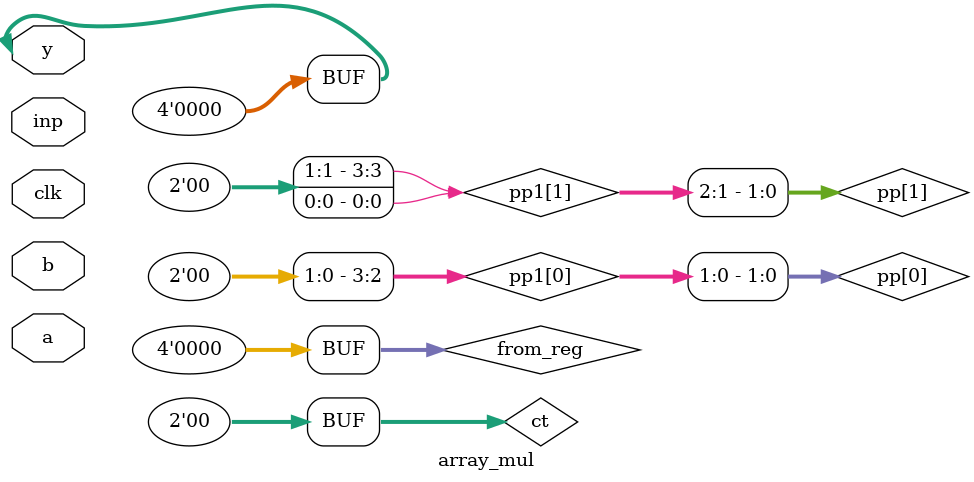
<source format=v>
/* Generated by Yosys 0.9 (git sha1 1979e0b) */

(* dynports =  1  *)
(* src = "fin/d_logic.v:1" *)
module \$paramod\ands\N=2 (a, b, y);
  (* src = "fin/d_logic.v:2" *)
  input [1:0] a;
  (* src = "fin/d_logic.v:3" *)
  input [1:0] b;
  (* src = "fin/d_logic.v:4" *)
  output [1:0] y;
  assign y[0] = a[0] &(* src = "fin/d_logic.v:8" *)  b[0];
  assign y[1] = a[1] &(* src = "fin/d_logic.v:8" *)  b[1];
endmodule

(* dynports =  1  *)
(* top =  1  *)
(* src = "fin/d_array_muls.v:1" *)
module array_mul(clk, inp, a, b, y);
  (* src = "fin/d_array_muls.v:4" *)
  input [1:0] a;
  (* src = "fin/d_array_muls.v:5" *)
  input [1:0] b;
  (* src = "fin/d_array_muls.v:2" *)
  input clk;
  (* src = "fin/d_array_muls.v:14" *)
  wire [1:0] ct;
  (* src = "fin/d_array_muls.v:12" *)
  wire [3:0] from_reg;
  (* src = "fin/d_array_muls.v:3" *)
  input inp;
  (* src = "fin/d_array_muls.v:1" *)
  (* unused_bits = "0 1" *)
  wire [3:0] \pp1[0] ;
  (* src = "fin/d_array_muls.v:1" *)
  (* unused_bits = "1 2" *)
  wire [3:0] \pp1[1] ;
  (* src = "fin/d_array_muls.v:1" *)
  (* unused_bits = "0 1" *)
  wire [1:0] \pp[0] ;
  (* src = "fin/d_array_muls.v:1" *)
  (* unused_bits = "0 1" *)
  wire [1:0] \pp[1] ;
  (* src = "fin/d_array_muls.v:6" *)
  inout [3:0] y;
  assign ct = 2'h0;
  assign from_reg = 4'h0;
  assign \pp1[0] [3:2] = 2'h0;
  assign { \pp1[1] [3], \pp1[1] [0] } = 2'h0;
  assign \pp[0]  = \pp1[0] [1:0];
  assign \pp[1]  = \pp1[1] [2:1];
  assign y = 4'h0;
endmodule

</source>
